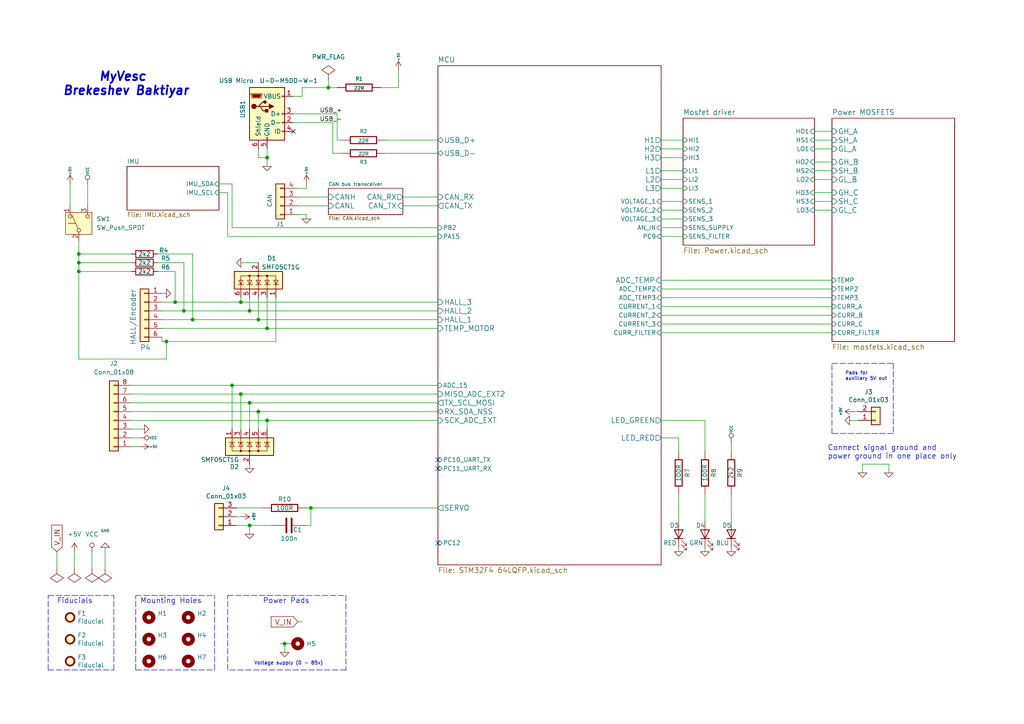
<source format=kicad_sch>
(kicad_sch (version 20231120) (generator "eeschema") (generator_version "8.0")
  (paper "A4")
  (title_block (title "MyVESC") (comment 2 "BREKESHEV BAKTIYAR"))
  (lib_symbols
    (symbol "BLDC_4-rescue:+5V" (power) (pin_names (offset 0))
      (property "Value" "+5V" (at 0 3.556 0))
      (symbol "+5V_0_1"
        (polyline (pts (xy -0.762 1.27) (xy 0 2.54)))
        (polyline (pts (xy 0 0) (xy 0 2.54)))
        (polyline (pts (xy 0 2.54) (xy 0.762 1.27)))
      )
      (symbol "+5V_1_1"
        (pin power_in line (at 0 0 90) (length 0) hide (name "+5V") (number "1"))
      )
    )
    (symbol "BLDC_4-rescue:C-RESCUE-BLDC_4" (pin_numbers hide) (pin_names (offset 0.254))
      (property "Reference" "C" (at 0 2.54 0))
      (property "Value" "C-RESCUE-BLDC_4" (at 0.1524 -2.159 0))
      (symbol "C-RESCUE-BLDC_4_0_1"
        (polyline (pts (xy -2.032 -0.762) (xy 2.032 -0.762)) (stroke (width 0.508)))
        (polyline (pts (xy -2.032 0.762) (xy 2.032 0.762)) (stroke (width 0.508)))
      )
      (symbol "C-RESCUE-BLDC_4_1_1"
        (pin passive line (at 0 5.08 270) (length 4.318) (name "~") (number "1"))
        (pin passive line (at 0 -5.08 90) (length 4.318) (name "~") (number "2"))
      )
    )
    (symbol "BLDC_4-rescue:GND-RESCUE-BLDC_4" (power) (pin_names (offset 0))
      (symbol "GND-RESCUE-BLDC_4_0_1"
        (polyline (pts (xy -1.27 0) (xy 0 -1.27) (xy 1.27 0) (xy -1.27 0)))
      )
      (symbol "GND-RESCUE-BLDC_4_1_1"
        (pin power_in line (at 0 0 90) (length 0) hide (name "GND") (number "1"))
      )
    )
    (symbol "BLDC_4-rescue:PWR_FLAG" (power) (pin_numbers hide) (pin_names (offset 0) hide)
      (property "Value" "PWR_FLAG" (at 0 4.572 0))
      (symbol "PWR_FLAG_0_0"
        (pin power_out line (at 0 0 90) (length 0) (name "pwr") (number "1"))
      )
      (symbol "PWR_FLAG_0_1"
        (polyline (pts (xy 0 0) (xy 0 1.27) (xy -1.905 2.54) (xy 0 3.81) (xy 1.905 2.54) (xy 0 1.27)))
      )
    )
    (symbol "BLDC_4-rescue:R-RESCUE-BLDC_4" (pin_numbers hide) (pin_names (offset 0))
      (property "Reference" "R" (at 2.032 0 90))
      (property "Value" "R-RESCUE-BLDC_4" (at 0.1778 0.0254 90))
      (symbol "R-RESCUE-BLDC_4_0_1"
        (rectangle (start -1.016 3.81) (end 1.016 -3.81) (stroke (width 0.3048)))
      )
      (symbol "R-RESCUE-BLDC_4_1_1"
        (pin passive line (at 0 6.35 270) (length 2.54) (name "~") (number "1"))
        (pin passive line (at 0 -6.35 90) (length 2.54) (name "~") (number "2"))
      )
    )
    (symbol "BLDC_4-rescue:VCC" (power) (pin_names (offset 0))
      (property "Value" "VCC" (at 0 3.81 0))
      (symbol "VCC_0_1"
        (polyline (pts (xy 0 0) (xy 0 1.27)))
        (circle (center 0 1.905) (radius 0.635))
      )
      (symbol "VCC_1_1"
        (pin power_in line (at 0 0 90) (length 0) hide (name "VCC") (number "1"))
      )
    )
    (symbol "Cheap FOCer 2 60mm-rescue:USB_B_Micro-Connector" (pin_names (offset 1.016))
      (property "Reference" "USB1" (at -6.35 -1.27 90))
      (property "Value" "USB Micro  U-D-M5DD-W-1" (at -13.97 8.89 0))
      (symbol "USB_B_Micro-Connector_0_1"
        (rectangle (start -5.08 7.62) (end 5.08 -7.62) (stroke (width 0.254)) (fill (type background)))
        (circle (center -3.81 2.159) (radius 0.635) (stroke (width 0.254)) (fill (type outline)))
        (circle (center -0.635 3.429) (radius 0.381) (stroke (width 0.254)) (fill (type outline)))
        (rectangle (start -0.127 -7.62) (end 0.127 -6.858))
        (polyline (pts (xy -1.905 2.159) (xy 0.635 2.159)) (stroke (width 0.254)))
        (polyline (pts (xy -3.175 2.159) (xy -2.54 2.159) (xy -1.27 3.429) (xy -0.635 3.429)) (stroke (width 0.254)))
        (polyline (pts (xy -2.54 2.159) (xy -1.905 2.159) (xy -1.27 0.889) (xy 0 0.889)) (stroke (width 0.254)))
        (polyline (pts (xy 0.635 2.794) (xy 0.635 1.524) (xy 1.905 2.159) (xy 0.635 2.794)) (stroke (width 0.254)) (fill (type outline)))
        (polyline (pts (xy -4.318 5.588) (xy -1.778 5.588) (xy -2.032 4.826) (xy -4.064 4.826) (xy -4.318 5.588)) (fill (type outline)))
        (polyline (pts (xy -4.699 5.842) (xy -4.699 5.588) (xy -4.445 4.826) (xy -4.445 4.572) (xy -1.651 4.572) (xy -1.651 4.826) (xy -1.397 5.588) (xy -1.397 5.842) (xy -4.699 5.842)))
        (rectangle (start 0.254 1.27) (end -0.508 0.508) (stroke (width 0.254)) (fill (type outline)))
        (rectangle (start 5.08 -5.207) (end 4.318 -4.953))
        (rectangle (start 5.08 -2.667) (end 4.318 -2.413))
        (rectangle (start 5.08 -0.127) (end 4.318 0.127))
        (rectangle (start 5.08 4.953) (end 4.318 5.207))
      )
      (symbol "USB_B_Micro-Connector_1_1"
        (pin passive line (at 7.62 5.08 180) (length 2.54) (name "VBUS") (number "1"))
        (pin passive line (at 7.62 -2.54 180) (length 2.54) (name "D-") (number "2"))
        (pin passive line (at 7.62 0 180) (length 2.54) (name "D+") (number "3"))
        (pin passive line (at 7.62 -5.08 180) (length 2.54) (name "ID") (number "4"))
        (pin passive line (at 0 -10.16 90) (length 2.54) (name "GND") (number "5"))
        (pin passive line (at -2.54 -10.16 90) (length 2.54) (name "Shield") (number "6"))
      )
    )
    (symbol "Connector_Generic:Conn_01x02" (pin_names (offset 1.016) hide)
      (property "Reference" "J" (at 0 2.54 0))
      (property "Value" "Conn_01x02" (at 0 -5.08 0))
      (symbol "Conn_01x02_1_1"
        (rectangle (start -1.27 -2.413) (end 0 -2.667) (stroke (width 0.1524)))
        (rectangle (start -1.27 0.127) (end 0 -0.127) (stroke (width 0.1524)))
        (rectangle (start -1.27 1.27) (end 1.27 -3.81) (stroke (width 0.254)) (fill (type background)))
        (pin passive line (at -5.08 0 0) (length 3.81) (name "Pin_1") (number "1"))
        (pin passive line (at -5.08 -2.54 0) (length 3.81) (name "Pin_2") (number "2"))
      )
    )
    (symbol "Connector_Generic:Conn_01x03" (pin_names (offset 1.016) hide)
      (property "Reference" "J" (at 0 5.08 0))
      (property "Value" "Conn_01x03" (at 0 -5.08 0))
      (symbol "Conn_01x03_1_1"
        (rectangle (start -1.27 -2.413) (end 0 -2.667) (stroke (width 0.1524)))
        (rectangle (start -1.27 0.127) (end 0 -0.127) (stroke (width 0.1524)))
        (rectangle (start -1.27 2.667) (end 0 2.413) (stroke (width 0.1524)))
        (rectangle (start -1.27 3.81) (end 1.27 -3.81) (stroke (width 0.254)) (fill (type background)))
        (pin passive line (at -5.08 2.54 0) (length 3.81) (name "Pin_1") (number "1"))
        (pin passive line (at -5.08 0 0) (length 3.81) (name "Pin_2") (number "2"))
        (pin passive line (at -5.08 -2.54 0) (length 3.81) (name "Pin_3") (number "3"))
      )
    )
    (symbol "Connector_Generic:Conn_01x04" (pin_names (offset 1.016) hide)
      (property "Reference" "J" (at 0 5.08 0))
      (property "Value" "Conn_01x04" (at 0 -7.62 0))
      (symbol "Conn_01x04_1_1"
        (rectangle (start -1.27 -4.953) (end 0 -5.207) (stroke (width 0.1524)))
        (rectangle (start -1.27 -2.413) (end 0 -2.667) (stroke (width 0.1524)))
        (rectangle (start -1.27 0.127) (end 0 -0.127) (stroke (width 0.1524)))
        (rectangle (start -1.27 2.667) (end 0 2.413) (stroke (width 0.1524)))
        (rectangle (start -1.27 3.81) (end 1.27 -6.35) (stroke (width 0.254)) (fill (type background)))
        (pin passive line (at -5.08 2.54 0) (length 3.81) (name "Pin_1") (number "1"))
        (pin passive line (at -5.08 0 0) (length 3.81) (name "Pin_2") (number "2"))
        (pin passive line (at -5.08 -2.54 0) (length 3.81) (name "Pin_3") (number "3"))
        (pin passive line (at -5.08 -5.08 0) (length 3.81) (name "Pin_4") (number "4"))
      )
    )
    (symbol "Connector_Generic:Conn_01x06" (pin_names (offset 1.016) hide)
      (property "Reference" "J" (at 0 7.62 0))
      (property "Value" "Conn_01x06" (at 0 -10.16 0))
      (symbol "Conn_01x06_1_1"
        (rectangle (start -1.27 -7.493) (end 0 -7.747) (stroke (width 0.1524)))
        (rectangle (start -1.27 -4.953) (end 0 -5.207) (stroke (width 0.1524)))
        (rectangle (start -1.27 -2.413) (end 0 -2.667) (stroke (width 0.1524)))
        (rectangle (start -1.27 0.127) (end 0 -0.127) (stroke (width 0.1524)))
        (rectangle (start -1.27 2.667) (end 0 2.413) (stroke (width 0.1524)))
        (rectangle (start -1.27 5.207) (end 0 4.953) (stroke (width 0.1524)))
        (rectangle (start -1.27 6.35) (end 1.27 -8.89) (stroke (width 0.254)) (fill (type background)))
        (pin passive line (at -5.08 5.08 0) (length 3.81) (name "Pin_1") (number "1"))
        (pin passive line (at -5.08 2.54 0) (length 3.81) (name "Pin_2") (number "2"))
        (pin passive line (at -5.08 0 0) (length 3.81) (name "Pin_3") (number "3"))
        (pin passive line (at -5.08 -2.54 0) (length 3.81) (name "Pin_4") (number "4"))
        (pin passive line (at -5.08 -5.08 0) (length 3.81) (name "Pin_5") (number "5"))
        (pin passive line (at -5.08 -7.62 0) (length 3.81) (name "Pin_6") (number "6"))
      )
    )
    (symbol "Connector_Generic:Conn_01x08" (pin_names (offset 1.016) hide)
      (property "Reference" "J" (at 0 10.16 0))
      (property "Value" "Conn_01x08" (at 0 -12.7 0))
      (symbol "Conn_01x08_1_1"
        (rectangle (start -1.27 -10.033) (end 0 -10.287) (stroke (width 0.1524)))
        (rectangle (start -1.27 -7.493) (end 0 -7.747) (stroke (width 0.1524)))
        (rectangle (start -1.27 -4.953) (end 0 -5.207) (stroke (width 0.1524)))
        (rectangle (start -1.27 -2.413) (end 0 -2.667) (stroke (width 0.1524)))
        (rectangle (start -1.27 0.127) (end 0 -0.127) (stroke (width 0.1524)))
        (rectangle (start -1.27 2.667) (end 0 2.413) (stroke (width 0.1524)))
        (rectangle (start -1.27 5.207) (end 0 4.953) (stroke (width 0.1524)))
        (rectangle (start -1.27 7.747) (end 0 7.493) (stroke (width 0.1524)))
        (rectangle (start -1.27 8.89) (end 1.27 -11.43) (stroke (width 0.254)) (fill (type background)))
        (pin passive line (at -5.08 7.62 0) (length 3.81) (name "Pin_1") (number "1"))
        (pin passive line (at -5.08 5.08 0) (length 3.81) (name "Pin_2") (number "2"))
        (pin passive line (at -5.08 2.54 0) (length 3.81) (name "Pin_3") (number "3"))
        (pin passive line (at -5.08 0 0) (length 3.81) (name "Pin_4") (number "4"))
        (pin passive line (at -5.08 -2.54 0) (length 3.81) (name "Pin_5") (number "5"))
        (pin passive line (at -5.08 -5.08 0) (length 3.81) (name "Pin_6") (number "6"))
        (pin passive line (at -5.08 -7.62 0) (length 3.81) (name "Pin_7") (number "7"))
        (pin passive line (at -5.08 -10.16 0) (length 3.81) (name "Pin_8") (number "8"))
      )
    )
    (symbol "Device:LED" (pin_numbers hide) (pin_names (offset 1.016) hide)
      (property "Reference" "D" (at 0 2.54 0))
      (property "Value" "LED" (at 0 -2.54 0))
      (symbol "LED_0_1"
        (polyline (pts (xy -1.27 -1.27) (xy -1.27 1.27)) (stroke (width 0.254)))
        (polyline (pts (xy -1.27 0) (xy 1.27 0)))
        (polyline (pts (xy 1.27 -1.27) (xy 1.27 1.27) (xy -1.27 0) (xy 1.27 -1.27)) (stroke (width 0.254)))
        (polyline (pts (xy -3.048 -0.762) (xy -4.572 -2.286) (xy -3.81 -2.286) (xy -4.572 -2.286) (xy -4.572 -1.524)))
        (polyline (pts (xy -1.778 -0.762) (xy -3.302 -2.286) (xy -2.54 -2.286) (xy -3.302 -2.286) (xy -3.302 -1.524)))
      )
      (symbol "LED_1_1"
        (pin passive line (at -3.81 0 0) (length 2.54) (name "K") (number "1"))
        (pin passive line (at 3.81 0 180) (length 2.54) (name "A") (number "2"))
      )
    )
    (symbol "Device:R" (pin_numbers hide) (pin_names (offset 0))
      (property "Reference" "R" (at 2.032 0 90))
      (property "Value" "R" (at 0 0 90))
      (symbol "R_0_1"
        (rectangle (start -1.016 -2.54) (end 1.016 2.54) (stroke (width 0.254)))
      )
      (symbol "R_1_1"
        (pin passive line (at 0 3.81 270) (length 1.27) (name "~") (number "1"))
        (pin passive line (at 0 -3.81 90) (length 1.27) (name "~") (number "2"))
      )
    )
    (symbol "Mechanical:Fiducial" (exclude_from_sim yes) (in_bom no)
      (property "Reference" "FID" (at 0 5.08 0))
      (property "Value" "Fiducial" (at 0 3.175 0))
      (symbol "Fiducial_0_1"
        (circle (center 0 0) (radius 1.27) (stroke (width 0.508)) (fill (type background)))
      )
    )
    (symbol "Mechanical:MountingHole" (pin_names (offset 1.016)) (exclude_from_sim yes) (in_bom no)
      (property "Reference" "H" (at 0 5.08 0))
      (property "Value" "MountingHole" (at 0 3.175 0))
      (symbol "MountingHole_0_1"
        (circle (center 0 0) (radius 1.27) (stroke (width 1.27)))
      )
    )
    (symbol "Mechanical:MountingHole_Pad" (pin_numbers hide) (pin_names (offset 1.016) hide) (exclude_from_sim yes) (in_bom no)
      (property "Reference" "H" (at 0 6.35 0))
      (property "Value" "MountingHole_Pad" (at 0 4.445 0))
      (symbol "MountingHole_Pad_0_1"
        (circle (center 0 1.27) (radius 1.27) (stroke (width 1.27)))
      )
      (symbol "MountingHole_Pad_1_1"
        (pin input line (at 0 -2.54 90) (length 2.54) (name "1") (number "1"))
      )
    )
    (symbol "Power_Protection:SP0505BAHT" (pin_names hide)
      (property "Reference" "D" (at 7.62 2.54 0))
      (property "Value" "SP0505BAHT" (at 7.62 0.635 0))
      (symbol "SP0505BAHT_0_0"
        (pin passive line (at 0 -5.08 90) (length 2.54) (name "A") (number "2"))
      )
      (symbol "SP0505BAHT_0_1"
        (rectangle (start -6.985 2.54) (end 6.985 -2.54) (stroke (width 0.254)) (fill (type background)))
        (circle (center -2.54 -1.27) (radius 0.254) (fill (type outline)))
        (circle (center 0 -1.27) (radius 0.254) (fill (type outline)))
        (polyline (pts (xy -5.08 2.54) (xy -5.08 1.27)))
        (polyline (pts (xy -2.54 2.54) (xy -2.54 1.27)))
        (polyline (pts (xy 0 -1.27) (xy 0 -2.54)))
        (polyline (pts (xy 0 -1.27) (xy 0 1.27)))
        (polyline (pts (xy 0 2.54) (xy 0 1.27)))
        (polyline (pts (xy 0.635 1.27) (xy 0.762 1.27)))
        (polyline (pts (xy 2.54 2.54) (xy 2.54 1.27)))
        (polyline (pts (xy 5.08 2.54) (xy 5.08 1.27)))
        (polyline (pts (xy -5.08 1.27) (xy -5.08 -1.27) (xy -2.54 -1.27)))
        (polyline (pts (xy 0.635 1.27) (xy -0.762 1.27) (xy -0.762 1.016)))
        (polyline (pts (xy 5.08 1.27) (xy 5.08 -1.27) (xy 2.54 -1.27)))
        (polyline (pts (xy -5.842 1.016) (xy -5.842 1.27) (xy -4.445 1.27) (xy -4.318 1.27)))
        (polyline (pts (xy -5.08 1.27) (xy -4.445 0) (xy -5.715 0) (xy -5.08 1.27)))
        (polyline (pts (xy -3.302 1.016) (xy -3.302 1.27) (xy -1.905 1.27) (xy -1.778 1.27)))
        (polyline (pts (xy -2.54 1.27) (xy -2.54 -1.27) (xy 2.54 -1.27) (xy 2.54 1.27)))
        (polyline (pts (xy -2.54 1.27) (xy -1.905 0) (xy -3.175 0) (xy -2.54 1.27)))
        (polyline (pts (xy 0.635 0) (xy -0.635 0) (xy 0 1.27) (xy 0.635 0)))
        (polyline (pts (xy 1.778 1.016) (xy 1.778 1.27) (xy 3.175 1.27) (xy 3.302 1.27)))
        (polyline (pts (xy 2.54 1.27) (xy 1.905 0) (xy 3.175 0) (xy 2.54 1.27)))
        (polyline (pts (xy 4.318 1.016) (xy 4.318 1.27) (xy 5.715 1.27) (xy 5.842 1.27)))
        (polyline (pts (xy 5.08 1.27) (xy 4.445 0) (xy 5.715 0) (xy 5.08 1.27)))
        (circle (center 2.54 -1.27) (radius 0.254) (fill (type outline)))
      )
      (symbol "SP0505BAHT_1_1"
        (pin passive line (at -5.08 5.08 270) (length 2.54) (name "K") (number "1"))
        (pin passive line (at -2.54 5.08 270) (length 2.54) (name "K") (number "3"))
        (pin passive line (at 0 5.08 270) (length 2.54) (name "K") (number "4"))
        (pin passive line (at 2.54 5.08 270) (length 2.54) (name "K") (number "5"))
        (pin passive line (at 5.08 5.08 270) (length 2.54) (name "K") (number "6"))
      )
    )
    (symbol "Switch:SW_Push_SPDT" (pin_names (offset 0) hide)
      (property "Reference" "SW" (at 0 5.08 0))
      (property "Value" "SW_Push_SPDT" (at 0 -5.08 0))
      (symbol "SW_Push_SPDT_0_0"
        (circle (center -2.032 0) (radius 0.508))
        (polyline (pts (xy 0 1.016) (xy 0 3.048)))
        (circle (center 2.032 -2.54) (radius 0.508))
      )
      (symbol "SW_Push_SPDT_0_1"
        (polyline (pts (xy -1.524 0.2032) (xy 2.3368 1.9812)))
        (circle (center 2.032 2.54) (radius 0.508))
      )
      (symbol "SW_Push_SPDT_1_1"
        (rectangle (start -3.175 3.81) (end 3.175 -3.81) (fill (type background)))
        (pin passive line (at 5.08 2.54 180) (length 2.54) (name "A") (number "1"))
        (pin passive line (at -5.08 0 0) (length 2.54) (name "B") (number "2"))
        (pin passive line (at 5.08 -2.54 180) (length 2.54) (name "C") (number "3"))
      )
    )
  )
  (junction (at 74.93 119.38))
  (junction (at 72.39 116.84))
  (junction (at 77.47 45.72))
  (junction (at 22.86 73.66))
  (junction (at 72.39 90.17))
  (junction (at 53.34 90.17))
  (junction (at 22.86 76.2))
  (junction (at 82.55 186.69))
  (junction (at 55.88 92.71))
  (junction (at 95.25 25.4))
  (junction (at 67.31 111.76))
  (junction (at 90.17 147.32))
  (junction (at 48.26 99.06))
  (junction (at 72.39 152.4))
  (junction (at 69.85 87.63))
  (junction (at 22.86 78.74))
  (junction (at 69.85 114.3))
  (junction (at 74.93 92.71))
  (junction (at 77.47 121.92))
  (junction (at 50.8 87.63))
  (junction (at 77.47 95.25))
  (no_connect (at 85.09 38.1))
  (no_connect (at 127 133.35))
  (no_connect (at 127 135.89))
  (no_connect (at 127 157.48))
  (wire (pts (xy 38.1 129.54) (xy 40.64 129.54)))
  (wire (pts (xy 241.3 81.28) (xy 191.77 81.28)))
  (polyline (pts (xy 259.08 125.73) (xy 241.3 125.73)) (stroke (width 0) (type dash)))
  (wire (pts (xy 69.85 86.36) (xy 69.85 87.63)))
  (wire (pts (xy 111.76 40.64) (xy 127 40.64)))
  (wire (pts (xy 77.47 43.18) (xy 77.47 45.72)))
  (wire (pts (xy 111.76 44.45) (xy 127 44.45)))
  (wire (pts (xy 72.39 116.84) (xy 72.39 124.46)))
  (wire (pts (xy 22.86 78.74) (xy 38.1 78.74)))
  (wire (pts (xy 38.1 121.92) (xy 77.47 121.92)))
  (wire (pts (xy 87.63 27.94) (xy 85.09 27.94)))
  (polyline (pts (xy 259.08 105.41) (xy 259.08 125.73)) (stroke (width 0) (type dash)))
  (wire (pts (xy 22.86 78.74) (xy 22.86 104.14)))
  (wire (pts (xy 53.34 76.2) (xy 53.34 90.17)))
  (wire (pts (xy 38.1 127) (xy 40.64 127)))
  (wire (pts (xy 95.25 22.86) (xy 95.25 25.4)))
  (wire (pts (xy 116.84 59.69) (xy 127 59.69)))
  (wire (pts (xy 46.99 87.63) (xy 50.8 87.63)))
  (polyline (pts (xy 33.02 194.31) (xy 33.02 172.72)) (stroke (width 0) (type dash)))
  (wire (pts (xy 191.77 49.53) (xy 198.12 49.53)))
  (wire (pts (xy 110.49 25.4) (xy 115.57 25.4)))
  (wire (pts (xy 82.55 186.69) (xy 82.55 189.23)))
  (wire (pts (xy 191.77 43.18) (xy 198.12 43.18)))
  (wire (pts (xy 191.77 127) (xy 196.85 127)))
  (wire (pts (xy 25.4 53.34) (xy 25.4 59.69)))
  (wire (pts (xy 72.39 116.84) (xy 127 116.84)))
  (wire (pts (xy 191.77 83.82) (xy 241.3 83.82)))
  (wire (pts (xy 55.88 92.71) (xy 74.93 92.71)))
  (wire (pts (xy 86.36 59.69) (xy 95.25 59.69)))
  (wire (pts (xy 204.47 143.51) (xy 204.47 151.13)))
  (polyline (pts (xy 241.3 105.41) (xy 259.08 105.41)) (stroke (width 0) (type dash)))
  (wire (pts (xy 67.31 111.76) (xy 127 111.76)))
  (wire (pts (xy 191.77 40.64) (xy 198.12 40.64)))
  (wire (pts (xy 99.06 44.45) (xy 96.52 44.45)))
  (wire (pts (xy 97.79 40.64) (xy 99.06 40.64)))
  (wire (pts (xy 55.88 73.66) (xy 55.88 92.71)))
  (wire (pts (xy 45.72 78.74) (xy 50.8 78.74)))
  (polyline (pts (xy 13.97 194.31) (xy 33.02 194.31)) (stroke (width 0) (type dash)))
  (wire (pts (xy 63.5 55.88) (xy 66.04 55.88)))
  (wire (pts (xy 86.36 180.34) (xy 87.63 180.34)))
  (wire (pts (xy 72.39 90.17) (xy 127 90.17)))
  (wire (pts (xy 74.93 92.71) (xy 127 92.71)))
  (wire (pts (xy 88.9 54.61) (xy 88.9 53.34)))
  (wire (pts (xy 86.36 54.61) (xy 88.9 54.61)))
  (wire (pts (xy 87.63 25.4) (xy 87.63 27.94)))
  (wire (pts (xy 38.1 111.76) (xy 67.31 111.76)))
  (wire (pts (xy 50.8 87.63) (xy 69.85 87.63)))
  (polyline (pts (xy 13.97 172.72) (xy 33.02 172.72)) (stroke (width 0) (type dash)))
  (wire (pts (xy 204.47 160.02) (xy 204.47 158.75)))
  (wire (pts (xy 196.85 127) (xy 196.85 130.81)))
  (wire (pts (xy 21.59 160.02) (xy 21.59 165.1)))
  (wire (pts (xy 74.93 119.38) (xy 127 119.38)))
  (wire (pts (xy 80.01 86.36) (xy 80.01 99.06)))
  (polyline (pts (xy 66.04 172.72) (xy 100.33 172.72)) (stroke (width 0) (type dash)))
  (wire (pts (xy 72.39 152.4) (xy 72.39 154.94)))
  (wire (pts (xy 74.93 86.36) (xy 74.93 92.71)))
  (wire (pts (xy 212.09 143.51) (xy 212.09 151.13)))
  (wire (pts (xy 48.26 99.06) (xy 80.01 99.06)))
  (wire (pts (xy 77.47 121.92) (xy 77.47 124.46)))
  (wire (pts (xy 77.47 95.25) (xy 127 95.25)))
  (wire (pts (xy 97.79 25.4) (xy 95.25 25.4)))
  (wire (pts (xy 236.22 40.64) (xy 241.3 40.64)))
  (wire (pts (xy 53.34 90.17) (xy 72.39 90.17)))
  (wire (pts (xy 196.85 158.75) (xy 196.85 160.02)))
  (wire (pts (xy 86.36 62.23) (xy 88.9 62.23)))
  (wire (pts (xy 77.47 95.25) (xy 46.99 95.25)))
  (wire (pts (xy 96.52 44.45) (xy 96.52 35.56)))
  (wire (pts (xy 77.47 48.26) (xy 77.47 45.72)))
  (wire (pts (xy 16.51 160.02) (xy 16.51 165.1)))
  (wire (pts (xy 50.8 78.74) (xy 50.8 87.63)))
  (wire (pts (xy 236.22 38.1) (xy 241.3 38.1)))
  (wire (pts (xy 212.09 158.75) (xy 212.09 160.02)))
  (wire (pts (xy 115.57 20.32) (xy 115.57 25.4)))
  (wire (pts (xy 67.31 53.34) (xy 67.31 66.04)))
  (wire (pts (xy 76.2 147.32) (xy 68.58 147.32)))
  (wire (pts (xy 95.25 25.4) (xy 87.63 25.4)))
  (wire (pts (xy 236.22 52.07) (xy 241.3 52.07)))
  (wire (pts (xy 191.77 63.5) (xy 198.12 63.5)))
  (wire (pts (xy 191.77 54.61) (xy 198.12 54.61)))
  (wire (pts (xy 77.47 86.36) (xy 77.47 95.25)))
  (wire (pts (xy 236.22 60.96) (xy 241.3 60.96)))
  (wire (pts (xy 69.85 149.86) (xy 68.58 149.86)))
  (wire (pts (xy 38.1 124.46) (xy 41.91 124.46)))
  (wire (pts (xy 250.19 134.62) (xy 257.81 134.62)))
  (wire (pts (xy 46.99 90.17) (xy 53.34 90.17)))
  (wire (pts (xy 191.77 86.36) (xy 241.3 86.36)))
  (polyline (pts (xy 241.3 125.73) (xy 241.3 105.41)) (stroke (width 0) (type dash)))
  (wire (pts (xy 191.77 52.07) (xy 198.12 52.07)))
  (polyline (pts (xy 39.37 194.31) (xy 62.23 194.31)) (stroke (width 0) (type dash)))
  (wire (pts (xy 248.92 121.92) (xy 246.38 121.92)))
  (wire (pts (xy 72.39 134.62) (xy 72.39 135.89)))
  (wire (pts (xy 48.26 104.14) (xy 48.26 99.06)))
  (wire (pts (xy 38.1 116.84) (xy 72.39 116.84)))
  (wire (pts (xy 88.9 62.23) (xy 88.9 63.5)))
  (polyline (pts (xy 66.04 194.31) (xy 66.04 172.72)) (stroke (width 0) (type dash)))
  (wire (pts (xy 22.86 104.14) (xy 48.26 104.14)))
  (wire (pts (xy 247.65 119.38) (xy 248.92 119.38)))
  (wire (pts (xy 74.93 43.18) (xy 74.93 45.72)))
  (wire (pts (xy 191.77 96.52) (xy 241.3 96.52)))
  (wire (pts (xy 191.77 66.04) (xy 198.12 66.04)))
  (wire (pts (xy 26.67 160.02) (xy 26.67 165.1)))
  (wire (pts (xy 30.48 158.75) (xy 30.48 165.1)))
  (wire (pts (xy 74.93 45.72) (xy 77.47 45.72)))
  (wire (pts (xy 72.39 86.36) (xy 72.39 90.17)))
  (wire (pts (xy 116.84 57.15) (xy 127 57.15)))
  (wire (pts (xy 45.72 76.2) (xy 53.34 76.2)))
  (wire (pts (xy 90.17 147.32) (xy 90.17 152.4)))
  (wire (pts (xy 191.77 68.58) (xy 198.12 68.58)))
  (wire (pts (xy 212.09 130.81) (xy 212.09 128.27)))
  (wire (pts (xy 77.47 121.92) (xy 127 121.92)))
  (polyline (pts (xy 100.33 172.72) (xy 100.33 194.31)) (stroke (width 0) (type dash)))
  (wire (pts (xy 250.19 134.62) (xy 250.19 137.16)))
  (wire (pts (xy 191.77 91.44) (xy 241.3 91.44)))
  (wire (pts (xy 191.77 93.98) (xy 241.3 93.98)))
  (polyline (pts (xy 13.97 194.31) (xy 13.97 172.72)) (stroke (width 0) (type dash)))
  (wire (pts (xy 97.79 33.02) (xy 85.09 33.02)))
  (wire (pts (xy 236.22 43.18) (xy 241.3 43.18)))
  (wire (pts (xy 81.28 186.69) (xy 82.55 186.69)))
  (wire (pts (xy 69.85 114.3) (xy 127 114.3)))
  (wire (pts (xy 22.86 73.66) (xy 38.1 73.66)))
  (wire (pts (xy 22.86 76.2) (xy 38.1 76.2)))
  (wire (pts (xy 67.31 111.76) (xy 67.31 124.46)))
  (polyline (pts (xy 39.37 172.72) (xy 62.23 172.72)) (stroke (width 0) (type dash)))
  (wire (pts (xy 191.77 45.72) (xy 198.12 45.72)))
  (wire (pts (xy 22.86 76.2) (xy 22.86 78.74)))
  (wire (pts (xy 46.99 99.06) (xy 48.26 99.06)))
  (wire (pts (xy 22.86 73.66) (xy 22.86 76.2)))
  (wire (pts (xy 191.77 58.42) (xy 198.12 58.42)))
  (wire (pts (xy 204.47 121.92) (xy 191.77 121.92)))
  (polyline (pts (xy 39.37 194.31) (xy 39.37 172.72)) (stroke (width 0) (type dash)))
  (wire (pts (xy 66.04 68.58) (xy 127 68.58)))
  (wire (pts (xy 204.47 121.92) (xy 204.47 130.81)))
  (wire (pts (xy 90.17 152.4) (xy 88.9 152.4)))
  (wire (pts (xy 38.1 114.3) (xy 69.85 114.3)))
  (wire (pts (xy 22.86 69.85) (xy 22.86 73.66)))
  (wire (pts (xy 191.77 88.9) (xy 241.3 88.9)))
  (wire (pts (xy 63.5 53.34) (xy 67.31 53.34)))
  (wire (pts (xy 66.04 55.88) (xy 66.04 68.58)))
  (wire (pts (xy 96.52 35.56) (xy 85.09 35.56)))
  (wire (pts (xy 191.77 60.96) (xy 198.12 60.96)))
  (wire (pts (xy 74.93 119.38) (xy 74.93 124.46)))
  (wire (pts (xy 20.32 53.34) (xy 20.32 59.69)))
  (polyline (pts (xy 62.23 194.31) (xy 62.23 172.72)) (stroke (width 0) (type dash)))
  (wire (pts (xy 90.17 147.32) (xy 127 147.32)))
  (wire (pts (xy 257.81 134.62) (xy 257.81 137.16)))
  (wire (pts (xy 74.93 76.2) (xy 69.85 76.2)))
  (wire (pts (xy 46.99 97.79) (xy 46.99 99.06)))
  (wire (pts (xy 45.72 73.66) (xy 55.88 73.66)))
  (wire (pts (xy 86.36 57.15) (xy 95.25 57.15)))
  (wire (pts (xy 46.99 92.71) (xy 55.88 92.71)))
  (wire (pts (xy 69.85 114.3) (xy 69.85 124.46)))
  (wire (pts (xy 236.22 58.42) (xy 241.3 58.42)))
  (wire (pts (xy 69.85 87.63) (xy 127 87.63)))
  (wire (pts (xy 90.17 147.32) (xy 88.9 147.32)))
  (wire (pts (xy 97.79 40.64) (xy 97.79 33.02)))
  (wire (pts (xy 38.1 119.38) (xy 74.93 119.38)))
  (polyline (pts (xy 100.33 194.31) (xy 66.04 194.31)) (stroke (width 0) (type dash)))
  (wire (pts (xy 78.74 152.4) (xy 72.39 152.4)))
  (wire (pts (xy 46.99 85.09) (xy 48.26 85.09)))
  (wire (pts (xy 72.39 152.4) (xy 68.58 152.4)))
  (wire (pts (xy 67.31 66.04) (xy 127 66.04)))
  (wire (pts (xy 196.85 143.51) (xy 196.85 151.13)))
  (wire (pts (xy 236.22 49.53) (xy 241.3 49.53)))
  (wire (pts (xy 236.22 55.88) (xy 241.3 55.88)))
  (wire (pts (xy 236.22 46.99) (xy 241.3 46.99)))
  (text "Connect signal ground and\npower ground in one place only" (at 240.03 133.35 0) (effects (font (size 1.524 1.524)) (justify left bottom)))
  (text "MyVesc \nBrekeshev Baktiyar" (at 36.576 24.384 0) (effects (font (size 2.54 2.54) (bold yes) (italic yes))))
  (text "Power Pads" (at 76.2 175.26 0) (effects (font (size 1.524 1.524)) (justify left bottom)))
  (text "Pads for \nauxillary 5V out" (at 245.11 110.49 0) (effects (font (size 0.9906 0.9906)) (justify left bottom)))
  (text "Mounting Holes" (at 40.64 175.26 0) (effects (font (size 1.524 1.524)) (justify left bottom)))
  (text "Fiducials" (at 16.51 175.26 0) (effects (font (size 1.524 1.524)) (justify left bottom)))
  (text "Voltage supply (0 - 85v)" (at 73.66 193.04 0) (effects (font (size 1.016 1.016)) (justify left bottom)))
  (label "USB_-" (at 92.71 35.56 0))
  (label "USB_+" (at 92.71 33.02 0))
  (global_label "V_IN" (shape input) (at 86.36 180.34 180) (effects (font (size 1.524 1.524))) (property "Intersheetrefs" "${INTERSHEET_REFS}" (effects (hide yes))))
  (global_label "V_IN" (shape input) (at 16.51 160.02 90) (effects (font (size 1.524 1.524))) (property "Intersheetrefs" "${INTERSHEET_REFS}" (effects (hide yes))))
  (symbol (lib_id "Connector_Generic:Conn_01x06") (at 41.91 90.17 0) (mirror y) (unit 1)
    (property "Reference" "P4" (at 42.164 100.838 0) (effects (font (size 1.524 1.524))))
    (property "Value" "HALL/Encoder" (at 38.608 91.948 90) (effects (font (size 1.524 1.524))))
    (property "Footprint" "Connector_JST:JST_PH_B6B-PH-K_1x06_P2.00mm_Vertical" (effects (hide yes)))
  )
  (symbol (lib_id "BLDC_4-rescue:GND-RESCUE-BLDC_4") (at 48.26 85.09 90) (unit 1)
    (property "Reference" "#PWR09" (effects (hide yes)))
    (property "Value" "GND" (effects (hide yes)))
  )
  (symbol (lib_id "BLDC_4-rescue:GND-RESCUE-BLDC_4") (at 41.91 124.46 90) (mirror x) (unit 1)
    (property "Reference" "#PWR010" (effects (hide yes)))
    (property "Value" "GND" (effects (hide yes)))
  )
  (symbol (lib_id "Cheap FOCer 2 60mm-rescue:USB_B_Micro-Connector") (at 77.47 33.02 0) (unit 1)
    (property "Reference" "USB1" (at 71.12 34.29 90) (effects (justify left bottom)))
    (property "Value" "USB Micro  U-D-M5DD-W-1" (at 63.5 24.13 0) (effects (justify left bottom)))
    (property "Footprint" "Connector_USB:USB_Micro-B_Wuerth_614105150721_Vertical" (effects (hide yes)))
  )
  (symbol (lib_id "BLDC_4-rescue:+5V") (at 40.64 129.54 270) (unit 1)
    (property "Reference" "#PWR014" (effects (hide yes)))
    (property "Value" "+5V" (at 44.45 129.54 90) (effects (font (size 0.762 0.762))))
  )
  (symbol (lib_id "BLDC_4-rescue:VCC") (at 40.64 127 270) (unit 1)
    (property "Reference" "#PWR012" (effects (hide yes)))
    (property "Value" "VCC" (at 44.45 127 90) (effects (font (size 0.762 0.762))))
  )
  (symbol (lib_id "BLDC_4-rescue:GND-RESCUE-BLDC_4") (at 250.19 137.16 0) (unit 1)
    (property "Reference" "#PWR016" (effects (hide yes)))
    (property "Value" "GND" (effects (hide yes)))
  )
  (symbol (lib_id "BLDC_4-rescue:R-RESCUE-BLDC_4") (at 196.85 137.16 180) (unit 1)
    (property "Reference" "R7" (at 199.39 137.16 90))
    (property "Value" "100R" (at 196.85 137.16 90))
    (property "Footprint" "Resistor_SMD:R_0603_1608Metric" (effects (hide yes)))
  )
  (symbol (lib_id "Device:LED") (at 196.85 154.94 90) (unit 1)
    (property "Reference" "D3" (at 195.58 152.4 90))
    (property "Value" "RED" (at 194.31 157.48 90))
    (property "Footprint" "LED_SMD:LED_0603_1608Metric" (effects (hide yes)))
  )
  (symbol (lib_id "BLDC_4-rescue:GND-RESCUE-BLDC_4") (at 196.85 160.02 0) (unit 1)
    (property "Reference" "#PWR021" (effects (hide yes)))
    (property "Value" "GND" (effects (hide yes)))
  )
  (symbol (lib_id "BLDC_4-rescue:R-RESCUE-BLDC_4") (at 204.47 137.16 180) (unit 1)
    (property "Reference" "R8" (at 207.01 137.16 90))
    (property "Value" "100R" (at 204.47 137.16 90))
    (property "Footprint" "Resistor_SMD:R_0603_1608Metric" (effects (hide yes)))
  )
  (symbol (lib_id "Device:LED") (at 204.47 154.94 90) (unit 1)
    (property "Reference" "D4" (at 203.2 152.4 90))
    (property "Value" "GRN" (at 201.93 157.48 90))
    (property "Footprint" "LED_SMD:LED_0603_1608Metric" (effects (hide yes)))
  )
  (symbol (lib_id "BLDC_4-rescue:GND-RESCUE-BLDC_4") (at 204.47 160.02 0) (unit 1)
    (property "Reference" "#PWR022" (effects (hide yes)))
    (property "Value" "GND" (effects (hide yes)))
    (property "Footprint" "LED_SMD:LED_0603_1608Metric" (effects (hide yes)))
  )
  (symbol (lib_id "Device:LED") (at 212.09 154.94 90) (unit 1)
    (property "Reference" "D5" (at 210.82 152.4 90))
    (property "Value" "BLU" (at 209.55 157.48 90))
    (property "Footprint" "LED_SMD:LED_0603_1608Metric" (effects (hide yes)))
  )
  (symbol (lib_id "BLDC_4-rescue:R-RESCUE-BLDC_4") (at 212.09 137.16 180) (unit 1)
    (property "Reference" "R9" (at 214.63 137.16 90))
    (property "Value" "2k2" (at 212.09 137.16 90))
    (property "Footprint" "Resistor_SMD:R_0603_1608Metric" (effects (hide yes)))
  )
  (symbol (lib_id "BLDC_4-rescue:GND-RESCUE-BLDC_4") (at 212.09 160.02 0) (unit 1)
    (property "Reference" "#PWR023" (effects (hide yes)))
    (property "Value" "GND" (effects (hide yes)))
  )
  (symbol (lib_id "BLDC_4-rescue:VCC") (at 212.09 128.27 0) (unit 1)
    (property "Reference" "#PWR015" (effects (hide yes)))
    (property "Value" "VCC" (at 212.09 124.46 90) (effects (font (size 0.762 0.762))))
  )
  (symbol (lib_id "BLDC_4-rescue:R-RESCUE-BLDC_4") (at 105.41 44.45 270) (unit 1)
    (property "Reference" "R3" (at 105.41 46.99 90) (effects (font (size 1.016 1.016))))
    (property "Value" "22R" (at 105.4354 44.6278 90) (effects (font (size 1.016 1.016))))
    (property "Footprint" "Resistor_SMD:R_0603_1608Metric" (effects (hide yes)))
  )
  (symbol (lib_id "BLDC_4-rescue:R-RESCUE-BLDC_4") (at 105.41 40.64 270) (unit 1)
    (property "Reference" "R2" (at 105.41 38.1 90) (effects (font (size 1.016 1.016))))
    (property "Value" "22R" (at 105.4354 40.8178 90) (effects (font (size 1.016 1.016))))
    (property "Footprint" "Resistor_SMD:R_0603_1608Metric" (effects (hide yes)))
  )
  (symbol (lib_id "BLDC_4-rescue:GND-RESCUE-BLDC_4") (at 257.81 137.16 0) (unit 1)
    (property "Reference" "#PWR017" (effects (hide yes)))
    (property "Value" "GND" (effects (hide yes)))
  )
  (symbol (lib_id "BLDC_4-rescue:GND-RESCUE-BLDC_4") (at 82.55 189.23 0) (unit 1)
    (property "Reference" "#PWR02" (effects (hide yes)))
    (property "Value" "GND" (effects (hide yes)))
  )
  (symbol (lib_id "Power_Protection:SP0505BAHT") (at 72.39 129.54 0) (unit 1)
    (property "Reference" "D2" (at 69.342 135.382 0) (effects (justify right)))
    (property "Value" " SMF05CT1G" (at 69.342 133.35 0) (effects (justify right)))
    (property "Footprint" "Package_TO_SOT_SMD:SOT-363_SC-70-6" (effects (hide yes)))
    (property "Datasheet" "http://www.littelfuse.com/~/media/files/littelfuse/technical%20resources/documents/data%20sheets/sp05xxba.pdf" (effects (hide yes)))
  )
  (symbol (lib_id "BLDC_4-rescue:GND-RESCUE-BLDC_4") (at 72.39 135.89 0) (unit 1)
    (property "Reference" "#PWR018" (effects (hide yes)))
    (property "Value" "GND" (effects (hide yes)))
  )
  (symbol (lib_id "Power_Protection:SP0505BAHT") (at 74.93 81.28 180) (unit 1)
    (property "Reference" "D1" (at 77.47 74.93 0) (effects (justify right)))
    (property "Value" " SMF05CT1G" (at 74.93 77.47 0) (effects (justify right)))
    (property "Footprint" "Package_TO_SOT_SMD:SOT-363_SC-70-6" (effects (hide yes)))
    (property "Datasheet" "http://www.littelfuse.com/~/media/files/littelfuse/technical%20resources/documents/data%20sheets/sp05xxba.pdf" (effects (hide yes)))
  )
  (symbol (lib_id "BLDC_4-rescue:GND-RESCUE-BLDC_4") (at 69.85 76.2 270) (unit 1)
    (property "Reference" "#PWR08" (effects (hide yes)))
    (property "Value" "GND" (effects (hide yes)))
  )
  (symbol (lib_id "Mechanical:Fiducial") (at 20.32 179.07 0) (unit 1)
    (property "Reference" "F1" (at 22.479 177.9016 0) (effects (justify left)))
    (property "Value" "Fiducial" (at 22.479 180.213 0) (effects (justify left)))
    (property "Footprint" "Fiducial:Fiducial_1mm_Mask2mm" (effects (hide yes)))
  )
  (symbol (lib_id "Mechanical:Fiducial") (at 20.32 185.42 0) (unit 1)
    (property "Reference" "F2" (at 22.479 184.2516 0) (effects (justify left)))
    (property "Value" "Fiducial" (at 22.479 186.563 0) (effects (justify left)))
    (property "Footprint" "Fiducial:Fiducial_1mm_Mask2mm" (effects (hide yes)))
  )
  (symbol (lib_id "Mechanical:Fiducial") (at 20.32 191.77 0) (unit 1)
    (property "Reference" "F3" (at 22.479 190.6016 0) (effects (justify left)))
    (property "Value" "Fiducial" (at 22.479 192.913 0) (effects (justify left)))
    (property "Footprint" "Fiducial:Fiducial_1mm_Mask2mm" (effects (hide yes)))
  )
  (symbol (lib_id "Mechanical:MountingHole") (at 43.18 179.07 0) (unit 1)
    (property "Reference" "H1" (at 45.72 177.9016 0) (effects (justify left)))
    (property "Value" "MountingHole" (effects (hide yes)))
    (property "Footprint" "MountingHole:MountingHole_3.2mm_M3_ISO14580_Pad" (effects (hide yes)))
  )
  (symbol (lib_id "Mechanical:MountingHole") (at 43.18 185.42 0) (unit 1)
    (property "Reference" "H3" (at 45.72 184.2516 0) (effects (justify left)))
    (property "Value" "MountingHole" (effects (hide yes)))
    (property "Footprint" "MountingHole:MountingHole_3.2mm_M3_ISO14580_Pad" (effects (hide yes)))
  )
  (symbol (lib_id "Mechanical:MountingHole") (at 43.18 191.77 0) (unit 1)
    (property "Reference" "H6" (at 45.72 190.6016 0) (effects (justify left)))
    (property "Value" "MountingHole" (effects (hide yes)))
    (property "Footprint" "MountingHole:MountingHole_3.2mm_M3_ISO14580_Pad" (effects (hide yes)))
  )
  (symbol (lib_id "Mechanical:MountingHole") (at 54.61 179.07 0) (unit 1)
    (property "Reference" "H2" (at 57.15 177.9016 0) (effects (justify left)))
    (property "Value" "MountingHole" (effects (hide yes)))
    (property "Footprint" "MountingHole:MountingHole_3.2mm_M3_ISO14580_Pad" (effects (hide yes)))
  )
  (symbol (lib_id "Mechanical:MountingHole") (at 54.61 185.42 0) (unit 1)
    (property "Reference" "H4" (at 57.15 184.2516 0) (effects (justify left)))
    (property "Value" "MountingHole" (effects (hide yes)))
    (property "Footprint" "MountingHole:MountingHole_3.2mm_M3_ISO14580_Pad" (effects (hide yes)))
  )
  (symbol (lib_id "Mechanical:MountingHole_Pad") (at 85.09 186.69 270) (unit 1)
    (property "Reference" "H5" (at 88.9 186.69 90) (effects (justify left)))
    (property "Value" "MountingHole" (effects (hide yes)))
    (property "Footprint" "MountingHole:MountingHole_3.2mm_M3_ISO14580_Pad" (effects (hide yes)))
  )
  (symbol (lib_id "BLDC_4-rescue:GND-RESCUE-BLDC_4") (at 77.47 48.26 0) (unit 1)
    (property "Reference" "#PWR03" (effects (hide yes)))
    (property "Value" "GND" (effects (hide yes)))
  )
  (symbol (lib_id "Connector_Generic:Conn_01x02") (at 254 121.92 0) (mirror x) (unit 1)
    (property "Reference" "J3" (at 251.9172 113.665 0))
    (property "Value" "Conn_01x03" (at 251.9172 115.9764 0))
    (property "Footprint" "Connector_PinHeader_2.54mm:PinHeader_1x02_P2.54mm_Vertical" (effects (hide yes)))
  )
  (symbol (lib_id "BLDC_4-rescue:+5V") (at 247.65 119.38 90) (mirror x) (unit 1)
    (property "Reference" "#PWR011" (effects (hide yes)))
    (property "Value" "+5V" (at 243.84 119.38 0) (effects (font (size 0.762 0.762))))
  )
  (symbol (lib_id "BLDC_4-rescue:GND-RESCUE-BLDC_4") (at 246.38 121.92 270) (unit 1)
    (property "Reference" "#PWR013" (effects (hide yes)))
    (property "Value" "GND" (effects (hide yes)))
  )
  (symbol (lib_id "Mechanical:MountingHole") (at 54.61 191.77 0) (unit 1)
    (property "Reference" "H7" (at 57.15 190.6016 0) (effects (justify left)))
    (property "Value" "MountingHole" (effects (hide yes)))
    (property "Footprint" "MountingHole:MountingHole_3.2mm_M3_ISO14580_Pad" (effects (hide yes)))
  )
  (symbol (lib_id "BLDC_4-rescue:C-RESCUE-BLDC_4") (at 83.82 152.4 90) (mirror x) (unit 1)
    (property "Reference" "C1" (at 87.63 153.67 90) (effects (justify left)))
    (property "Value" "100n" (at 86.36 156.21 90) (effects (justify left)))
    (property "Footprint" "Capacitor_SMD:C_0603_1608Metric" (effects (hide yes)))
  )
  (symbol (lib_id "BLDC_4-rescue:VCC") (at 25.4 53.34 0) (unit 1)
    (property "Reference" "#PWR06" (effects (hide yes)))
    (property "Value" "VCC" (at 25.4 49.53 90) (effects (font (size 0.762 0.762))))
  )
  (symbol (lib_id "BLDC_4-rescue:PWR_FLAG") (at 16.51 165.1 180) (unit 1)
    (property "Reference" "#FLG03" (effects (hide yes)))
    (property "Value" "PWR_FLAG" (effects (hide yes)))
  )
  (symbol (lib_id "BLDC_4-rescue:PWR_FLAG") (at 95.25 22.86 0) (unit 1)
    (property "Reference" "#FLG01" (effects (hide yes)))
    (property "Value" "PWR_FLAG" (at 95.25 16.51 0))
  )
  (symbol (lib_id "BLDC_4-rescue:+5V") (at 21.59 160.02 0) (unit 1)
    (property "Reference" "#PWR099" (effects (hide yes)))
    (property "Value" "+5V" (at 21.59 154.94 0))
  )
  (symbol (lib_id "BLDC_4-rescue:PWR_FLAG") (at 30.48 165.1 180) (unit 1)
    (property "Reference" "#FLG06" (effects (hide yes)))
    (property "Value" "PWR_FLAG" (effects (hide yes)))
  )
  (symbol (lib_id "BLDC_4-rescue:R-RESCUE-BLDC_4") (at 82.55 147.32 270) (mirror x) (unit 1)
    (property "Reference" "R10" (at 82.55 144.78 90))
    (property "Value" "100R" (at 82.55 147.32 90))
    (property "Footprint" "Resistor_SMD:R_0603_1608Metric" (effects (hide yes)))
  )
  (symbol (lib_id "Connector_Generic:Conn_01x04") (at 81.28 59.69 180) (unit 1)
    (property "Reference" "J1" (at 81.28 65.024 0))
    (property "Value" "CAN" (at 78.232 58.166 90))
    (property "Footprint" "Connector_JST:JST_PH_B4B-PH-K_1x04_P2.00mm_Vertical" (effects (hide yes)))
    (property "Description" "Generic connector, single row, 01x04, script generated (kicad-library-utils/schlib/autogen/connector/)" (effects (hide yes)))
  )
  (symbol (lib_id "BLDC_4-rescue:GND-RESCUE-BLDC_4") (at 30.48 158.75 180) (unit 1)
    (property "Reference" "#PWR0102" (effects (hide yes)))
    (property "Value" "GND" (at 30.48 153.924 0) (effects (font (size 0.762 0.762))))
  )
  (symbol (lib_id "BLDC_4-rescue:PWR_FLAG") (at 21.59 165.1 180) (unit 1)
    (property "Reference" "#FLG04" (effects (hide yes)))
    (property "Value" "PWR_FLAG" (effects (hide yes)))
  )
  (symbol (lib_id "BLDC_4-rescue:+5V") (at 115.57 20.32 0) (unit 1)
    (property "Reference" "#PWR01" (effects (hide yes)))
    (property "Value" "+5V" (at 115.57 16.51 90) (effects (font (size 0.762 0.762))))
  )
  (symbol (lib_id "BLDC_4-rescue:GND-RESCUE-BLDC_4") (at 72.39 154.94 0) (mirror y) (unit 1)
    (property "Reference" "#PWR020" (effects (hide yes)))
    (property "Value" "GND" (effects (hide yes)))
  )
  (symbol (lib_id "Connector_Generic:Conn_01x03") (at 63.5 149.86 180) (unit 1)
    (property "Reference" "J4" (at 65.5828 141.605 0))
    (property "Value" "Conn_01x03" (at 65.5828 143.9164 0))
    (property "Footprint" "Connector_JST:JST_PH_B3B-PH-K_1x03_P2.00mm_Vertical" (effects (hide yes)))
  )
  (symbol (lib_id "BLDC_4-rescue:+5V") (at 88.9 53.34 0) (unit 1)
    (property "Reference" "#PWR04" (effects (hide yes)))
    (property "Value" "+5V" (at 88.9 49.53 90) (effects (font (size 0.762 0.762))))
  )
  (symbol (lib_id "BLDC_4-rescue:+5V") (at 69.85 149.86 270) (unit 1)
    (property "Reference" "#PWR019" (effects (hide yes)))
    (property "Value" "+5V" (at 73.66 149.86 0) (effects (font (size 0.762 0.762))))
  )
  (symbol (lib_id "BLDC_4-rescue:PWR_FLAG") (at 26.67 165.1 180) (unit 1)
    (property "Reference" "#FLG05" (effects (hide yes)))
    (property "Value" "PWR_FLAG" (effects (hide yes)))
  )
  (symbol (lib_id "BLDC_4-rescue:VCC") (at 26.67 160.02 0) (unit 1)
    (property "Reference" "#PWR0101" (effects (hide yes)))
    (property "Value" "VCC" (at 26.67 154.94 0))
  )
  (symbol (lib_id "Connector_Generic:Conn_01x08") (at 33.02 121.92 180) (unit 1)
    (property "Reference" "J2" (at 33.02 105.41 0))
    (property "Value" "Conn_01x08" (at 33.02 107.95 0))
    (property "Footprint" "Connector_JST:JST_PH_B8B-PH-K_1x08_P2.00mm_Vertical" (effects (hide yes)))
    (property "Description" "Generic connector, single row, 01x08, script generated (kicad-library-utils/schlib/autogen/connector/)" (effects (hide yes)))
  )
  (symbol (lib_id "Device:R") (at 41.91 73.66 90) (unit 1)
    (property "Reference" "R4" (at 47.498 72.644 90))
    (property "Value" "2k2" (at 41.91 73.66 90))
    (property "Footprint" "Resistor_SMD:R_0603_1608Metric" (effects (hide yes)))
    (property "Description" "Resistor" (effects (hide yes)))
  )
  (symbol (lib_id "BLDC_4-rescue:+5V") (at 20.32 53.34 0) (unit 1)
    (property "Reference" "#PWR05" (effects (hide yes)))
    (property "Value" "+5V" (at 20.32 49.53 90) (effects (font (size 0.762 0.762))))
  )
  (symbol (lib_id "Device:R") (at 41.91 78.74 90) (unit 1)
    (property "Reference" "R6" (at 48.006 77.47 90))
    (property "Value" "2k2" (at 41.91 78.74 90))
    (property "Footprint" "Resistor_SMD:R_0603_1608Metric" (effects (hide yes)))
    (property "Description" "Resistor" (effects (hide yes)))
  )
  (symbol (lib_id "Switch:SW_Push_SPDT") (at 22.86 64.77 90) (unit 1)
    (property "Reference" "SW1" (at 27.94 63.4999 90) (effects (justify right)))
    (property "Value" "SW_Push_SPDT" (at 27.94 66.0399 90) (effects (justify right)))
    (property "Footprint" "Button_Switch_SMD:SW_SPDT_PCM12" (effects (hide yes)))
    (property "Description" "Momentary Switch, single pole double throw" (effects (hide yes)))
  )
  (symbol (lib_id "BLDC_4-rescue:GND-RESCUE-BLDC_4") (at 88.9 63.5 0) (unit 1)
    (property "Reference" "#PWR07" (effects (hide yes)))
    (property "Value" "GND" (effects (hide yes)))
  )
  (symbol (lib_id "BLDC_4-rescue:R-RESCUE-BLDC_4") (at 104.14 25.4 270) (unit 1)
    (property "Reference" "R1" (at 104.14 22.86 90) (effects (font (size 1.016 1.016))))
    (property "Value" "22R" (at 104.1654 25.5778 90) (effects (font (size 1.016 1.016))))
    (property "Footprint" "Resistor_SMD:R_0603_1608Metric" (effects (hide yes)))
  )
  (symbol (lib_id "Device:R") (at 41.91 76.2 90) (unit 1)
    (property "Reference" "R5" (at 48.006 74.93 90))
    (property "Value" "2k2" (at 41.91 76.2 90))
    (property "Footprint" "Resistor_SMD:R_0603_1608Metric" (effects (hide yes)))
    (property "Description" "Resistor" (effects (hide yes)))
  )
  (sheet (at 198.12 34.29) (size 38.1 36.83)
    (property "Sheetname" "Mosfet driver" (at 198.12 33.4514 0) (effects (font (size 1.524 1.524)) (justify left bottom)))
    (property "Sheetfile" "Power.kicad_sch" (at 198.12 71.8062 0) (effects (font (size 1.524 1.524)) (justify left top)))
    (pin "SENS_FILTER" input (at 198.12 68.58 180))
    (pin "HI1" input (at 198.12 40.64 180))
    (pin "LI1" input (at 198.12 49.53 180))
    (pin "LO1" input (at 236.22 43.18 0))
    (pin "HO1" input (at 236.22 38.1 0))
    (pin "SENS_1" input (at 198.12 58.42 180))
    (pin "SENS_2" input (at 198.12 60.96 180))
    (pin "HS1" input (at 236.22 40.64 0))
    (pin "HS2" input (at 236.22 49.53 0))
    (pin "SENS_3" input (at 198.12 63.5 180))
    (pin "HS3" input (at 236.22 58.42 0))
    (pin "LI2" input (at 198.12 52.07 180))
    (pin "HI2" input (at 198.12 43.18 180))
    (pin "LO2" input (at 236.22 52.07 0))
    (pin "HO2" input (at 236.22 46.99 0))
    (pin "LI3" input (at 198.12 54.61 180))
    (pin "HI3" input (at 198.12 45.72 180))
    (pin "SENS_SUPPLY" input (at 198.12 66.04 180))
    (pin "LO3" input (at 236.22 60.96 0))
    (pin "HO3" input (at 236.22 55.88 0))
  )
  (sheet (at 127 19.05) (size 64.77 144.78)
    (property "Sheetname" "MCU" (at 127 18.2114 0) (effects (font (size 1.524 1.524)) (justify left bottom)))
    (property "Sheetfile" "STM32F4 64LQFP.kicad_sch" (at 127 164.5162 0) (effects (font (size 1.524 1.524)) (justify left top)))
    (pin "USB_D-" tri_state (at 127 44.45 180) (effects (font (size 1.524 1.524))))
    (pin "USB_D+" tri_state (at 127 40.64 180) (effects (font (size 1.524 1.524))))
    (pin "SERVO" output (at 127 147.32 180) (effects (font (size 1.524 1.524))))
    (pin "HALL_1" input (at 127 92.71 180) (effects (font (size 1.524 1.524))))
    (pin "HALL_2" input (at 127 90.17 180) (effects (font (size 1.524 1.524))))
    (pin "HALL_3" input (at 127 87.63 180) (effects (font (size 1.524 1.524))))
    (pin "TEMP_MOTOR" input (at 127 95.25 180) (effects (font (size 1.524 1.524))))
    (pin "L3" output (at 191.77 54.61 0) (effects (font (size 1.524 1.524))))
    (pin "L2" output (at 191.77 52.07 0) (effects (font (size 1.524 1.524))))
    (pin "L1" output (at 191.77 49.53 0) (effects (font (size 1.524 1.524))))
    (pin "H3" output (at 191.77 45.72 0) (effects (font (size 1.524 1.524))))
    (pin "H2" output (at 191.77 43.18 0) (effects (font (size 1.524 1.524))))
    (pin "H1" output (at 191.77 40.64 0) (effects (font (size 1.524 1.524))))
    (pin "AN_IN" input (at 191.77 66.04 0))
    (pin "CAN_RX" input (at 127 57.15 180) (effects (font (size 1.524 1.524))))
    (pin "CAN_TX" output (at 127 59.69 180) (effects (font (size 1.524 1.524))))
    (pin "LED_RED" output (at 191.77 127 0) (effects (font (size 1.524 1.524))))
    (pin "LED_GREEN" output (at 191.77 121.92 0) (effects (font (size 1.524 1.524))))
    (pin "ADC_TEMP" input (at 191.77 81.28 0) (effects (font (size 1.524 1.524))))
    (pin "SCK_ADC_EXT" input (at 127 121.92 180) (effects (font (size 1.524 1.524))))
    (pin "MISO_ADC_EXT2" input (at 127 114.3 180) (effects (font (size 1.524 1.524))))
    (pin "TX_SCL_MOSI" output (at 127 116.84 180) (effects (font (size 1.524 1.524))))
    (pin "RX_SDA_NSS" tri_state (at 127 119.38 180) (effects (font (size 1.524 1.524))))
    (pin "PB2" input (at 127 66.04 180))
    (pin "PA15" input (at 127 68.58 180))
    (pin "PC9" input (at 191.77 68.58 0))
    (pin "PC12" input (at 127 157.48 180))
    (pin "CURR_FILTER" input (at 191.77 96.52 0))
    (pin "PC10_UART_TX" input (at 127 133.35 180))
    (pin "PC11_UART_RX" input (at 127 135.89 180))
    (pin "VOLTAGE_1" input (at 191.77 58.42 0))
    (pin "VOLTAGE_3" input (at 191.77 63.5 0))
    (pin "VOLTAGE_2" input (at 191.77 60.96 0))
    (pin "ADC_TEMP2" input (at 191.77 83.82 0))
    (pin "ADC_TEMP3" input (at 191.77 86.36 0))
    (pin "ADC_15" input (at 127 111.76 180))
    (pin "CURRENT_1" input (at 191.77 88.9 0))
    (pin "CURRENT_3" input (at 191.77 93.98 0))
    (pin "CURRENT_2" input (at 191.77 91.44 0))
  )
  (sheet (at 241.3 34.29) (size 35.56 64.77)
    (property "Sheetname" "Power MOSFETS" (at 241.3 33.4514 0) (effects (font (size 1.524 1.524)) (justify left bottom)))
    (property "Sheetfile" "mosfets.kicad_sch" (at 241.3 99.7462 0) (effects (font (size 1.524 1.524)) (justify left top)))
    (pin "GH_A" input (at 241.3 38.1 180) (effects (font (size 1.524 1.524))))
    (pin "GL_A" input (at 241.3 43.18 180) (effects (font (size 1.524 1.524))))
    (pin "GH_B" input (at 241.3 46.99 180) (effects (font (size 1.524 1.524))))
    (pin "GL_B" input (at 241.3 52.07 180) (effects (font (size 1.524 1.524))))
    (pin "GH_C" input (at 241.3 55.88 180) (effects (font (size 1.524 1.524))))
    (pin "GL_C" input (at 241.3 60.96 180) (effects (font (size 1.524 1.524))))
    (pin "SH_C" input (at 241.3 58.42 180) (effects (font (size 1.524 1.524))))
    (pin "TEMP2" input (at 241.3 83.82 180))
    (pin "TEMP3" input (at 241.3 86.36 180))
    (pin "TEMP" input (at 241.3 81.28 180))
    (pin "CURR_A" input (at 241.3 88.9 180))
    (pin "CURR_FILTER" input (at 241.3 96.52 180))
    (pin "CURR_C" input (at 241.3 93.98 180))
    (pin "SH_B" input (at 241.3 49.53 180) (effects (font (size 1.524 1.524))))
    (pin "SH_A" input (at 241.3 40.64 180) (effects (font (size 1.524 1.524))))
    (pin "CURR_B" input (at 241.3 91.44 180))
  )
  (sheet (at 95.25 54.61) (size 21.59 7.62)
    (property "Sheetname" "CAN bus transceiver" (at 95.25 54.0254 0) (effects (font (size 1.016 1.016)) (justify left bottom)))
    (property "Sheetfile" "CAN.kicad_sch" (at 95.25 62.713 0) (effects (font (size 1.016 1.016)) (justify left top)))
    (pin "CAN_RX" output (at 116.84 57.15 0) (effects (font (size 1.524 1.524))))
    (pin "CAN_TX" input (at 116.84 59.69 0) (effects (font (size 1.524 1.524))))
    (pin "CANH" input (at 95.25 57.15 180) (effects (font (size 1.524 1.524))))
    (pin "CANL" input (at 95.25 59.69 180) (effects (font (size 1.524 1.524))))
  )
  (sheet (at 36.83 48.26) (size 26.67 12.7)
    (property "Sheetname" "IMU" (at 36.83 47.5484 0) (effects (justify left bottom)))
    (property "Sheetfile" "IMU.kicad_sch" (at 36.83 61.5446 0) (effects (justify left top)))
    (pin "IMU_SDA" input (at 63.5 53.34 0))
    (pin "IMU_SCL" input (at 63.5 55.88 0))
  )
)
</source>
